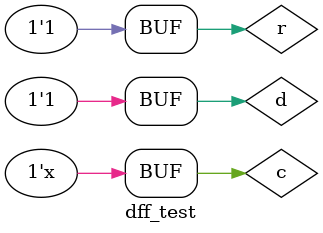
<source format=v>
`timescale 1ns / 1ps



module dff_test;

	// Inputs
	reg d;
	reg c;
	reg r;

	// Outputs
	wire q;

	
	dff uut (
		.d(d), 
		.c(c), 
		.r(r), 
		.q(q)
	);

	initial begin
		// Initialize Inputs
		d = 0;
		c = 0;
		r = 0;

		// Wait 100 ns for global reset to finish
		#6;
		
		d=1;
		#3
		d=0;
		#3;
		d=1;
		#3
		r=1;
		#3;
		d=1;
        
		// Add stimulus here

	end
	always #2	c=~c;
      
endmodule


</source>
